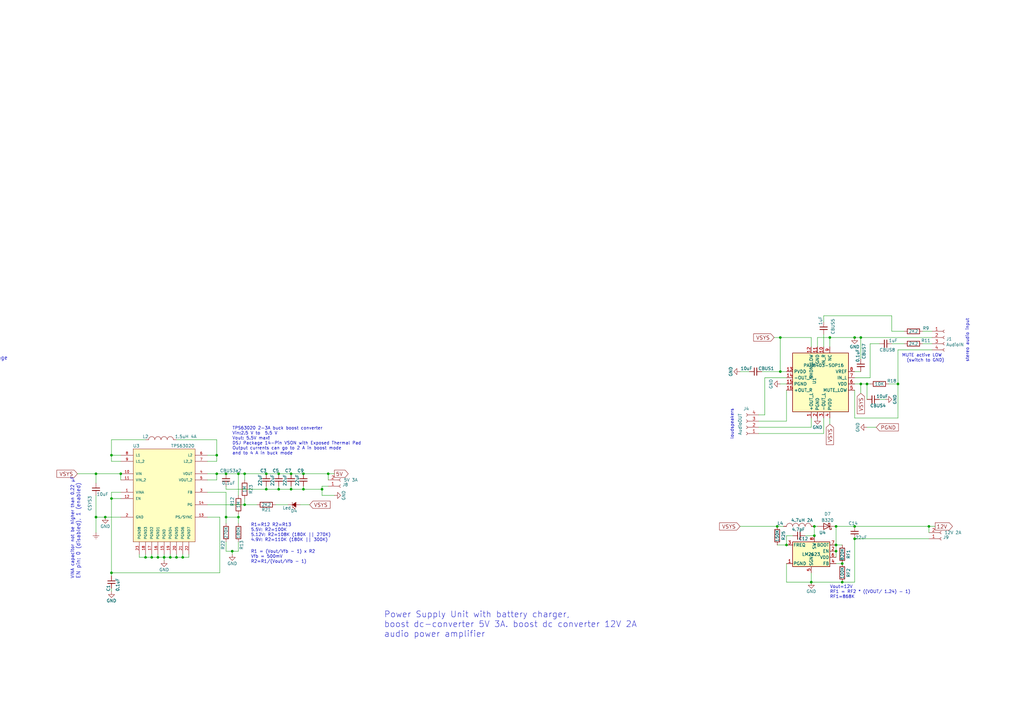
<source format=kicad_sch>
(kicad_sch (version 20221004) (generator eeschema)
  (paper "A3")
  (title_block (title "Balthazar PSU") (date "2022-10-11") (rev "v02") (company " Balthazar Foundation ") (comment 1 "License: CERN-OHL-S"))
  (junction (at -233.68 387.35))
  (junction (at 39.37 194.31))
  (junction (at -66.04 406.4))
  (junction (at 109.22 200.66))
  (junction (at 320.04 138.43))
  (junction (at -69.85 356.87))
  (junction (at -96.52 363.22))
  (junction (at 350.52 138.43))
  (junction (at 345.44 238.76))
  (junction (at -38.1 363.22))
  (junction (at -41.91 370.84))
  (junction (at 95.25 226.06))
  (junction (at -59.69 358.14))
  (junction (at -86.36 358.14))
  (junction (at 45.72 204.47))
  (junction (at -49.53 388.62))
  (junction (at 342.9 226.06))
  (junction (at 124.46 194.31))
  (junction (at -78.74 358.14))
  (junction (at 43.18 212.09))
  (junction (at 45.72 234.95))
  (junction (at 97.79 212.09))
  (junction (at -31.75 386.08))
  (junction (at 100.33 207.01))
  (junction (at -67.31 393.7))
  (junction (at 49.53 194.31))
  (junction (at -81.28 368.3))
  (junction (at -69.85 349.25))
  (junction (at 88.9 194.31))
  (junction (at 45.72 186.69))
  (junction (at 39.37 212.09))
  (junction (at 334.01 215.9))
  (junction (at 345.44 231.14))
  (junction (at -241.3 370.84))
  (junction (at -86.36 370.84))
  (junction (at -31.75 370.84))
  (junction (at 322.58 223.52))
  (junction (at -35.56 386.08))
  (junction (at -228.6 339.09))
  (junction (at 318.77 215.9))
  (junction (at 72.39 228.6))
  (junction (at -78.74 363.22))
  (junction (at -73.66 356.87))
  (junction (at 340.36 138.43))
  (junction (at 59.69 228.6))
  (junction (at -44.45 363.22))
  (junction (at 350.52 220.98))
  (junction (at 97.79 194.31))
  (junction (at -113.03 311.15))
  (junction (at 355.6 157.48))
  (junction (at -86.36 363.22))
  (junction (at -50.8 378.46))
  (junction (at 119.38 200.66))
  (junction (at -81.28 373.38))
  (junction (at -44.45 358.14))
  (junction (at 334.01 219.71))
  (junction (at -62.23 358.14))
  (junction (at -233.68 370.84))
  (junction (at 100.33 194.31))
  (junction (at -35.56 389.89))
  (junction (at -241.3 363.22))
  (junction (at -38.1 370.84))
  (junction (at 92.71 194.31))
  (junction (at 69.85 228.6))
  (junction (at 119.38 194.31))
  (junction (at -73.66 349.25))
  (junction (at 88.9 186.69))
  (junction (at -44.45 368.3))
  (junction (at -35.56 388.62))
  (junction (at -83.82 358.14))
  (junction (at 132.08 200.66))
  (junction (at 350.52 215.9))
  (junction (at 342.9 223.52))
  (junction (at 62.23 228.6))
  (junction (at -238.76 351.79))
  (junction (at 332.74 238.76))
  (junction (at 381 215.9))
  (junction (at -35.56 370.84))
  (junction (at 320.04 152.4))
  (junction (at 109.22 194.31))
  (junction (at 368.3 157.48))
  (junction (at -46.99 373.38))
  (junction (at -96.52 373.38))
  (junction (at -228.6 346.71))
  (junction (at -81.28 363.22))
  (junction (at 64.77 228.6))
  (junction (at 114.3 200.66))
  (junction (at -118.11 328.93))
  (junction (at 74.93 228.6))
  (junction (at 124.46 200.66))
  (junction (at -88.9 322.58))
  (junction (at -46.99 358.14))
  (junction (at 353.06 157.48))
  (junction (at 114.3 194.31))
  (junction (at 353.06 138.43))
  (junction (at -67.31 349.25))
  (junction (at 92.71 212.09))
  (junction (at 67.31 228.6))
  (junction (at -238.76 359.41))
  (junction (at -67.31 359.41))
  (junction (at -77.47 363.22))
  (junction (at -140.97 351.79))
  (junction (at 342.9 215.9))
  (junction (at -226.06 339.09))
  (junction (at -113.03 318.77))
  (junction (at -44.45 370.84))
  (junction (at -90.17 363.22))
  (junction (at -38.1 378.46))
  (junction (at -118.11 334.01))
  (junction (at -241.3 339.09))
  (junction (at -59.69 388.62))
  (junction (at -238.76 339.09))
  (junction (at 134.62 194.31))
  (no_connect (at -118.11 341.63))
  (no_connect (at -118.11 344.17))
  (wire (pts (xy -64.77 394.97) (xy -64.77 388.62)))
  (wire (pts (xy -46.99 358.14) (xy -44.45 358.14)))
  (wire (pts (xy 114.3 200.66) (xy 119.38 200.66)))
  (wire (pts (xy -233.68 346.71) (xy -228.6 346.71)))
  (wire (pts (xy -69.85 388.62) (xy -69.85 391.16)))
  (wire (pts (xy 311.15 175.26) (xy 332.74 175.26)))
  (wire (pts (xy -97.79 373.38) (xy -96.52 373.38)))
  (wire (pts (xy -100.33 358.14) (xy -86.36 358.14)))
  (wire (pts (xy 45.72 180.34) (xy 59.69 180.34)))
  (wire (pts (xy 100.33 207.01) (xy 105.41 207.01)))
  (wire (pts (xy 113.03 207.01) (xy 118.11 207.01)))
  (wire (pts (xy 69.85 228.6) (xy 72.39 228.6)))
  (wire (pts (xy -241.3 339.09) (xy -238.76 339.09)))
  (wire (pts (xy 353.06 138.43) (xy 382.27 138.43)))
  (wire (pts (xy -166.37 401.32) (xy -166.37 402.59)))
  (wire (pts (xy 365.76 140.97) (xy 370.84 140.97)))
  (wire (pts (xy 322.58 238.76) (xy 332.74 238.76)))
  (wire (pts (xy -96.52 368.3) (xy -96.52 373.38)))
  (wire (pts (xy -86.36 363.22) (xy -81.28 363.22)))
  (wire (pts (xy -49.53 392.43) (xy -31.75 392.43)))
  (wire (pts (xy -38.1 373.38) (xy -38.1 370.84)))
  (wire (pts (xy 57.15 227.33) (xy 57.15 228.6)))
  (wire (pts (xy 340.36 138.43) (xy 350.52 138.43)))
  (wire (pts (xy 114.3 194.31) (xy 119.38 194.31)))
  (wire (pts (xy -83.82 368.3) (xy -83.82 358.14)))
  (wire (pts (xy 45.72 189.23) (xy 45.72 186.69)))
  (wire (pts (xy 97.79 226.06) (xy 97.79 222.25)))
  (wire (pts (xy -99.06 363.22) (xy -96.52 363.22)))
  (wire (pts (xy 353.06 157.48) (xy 353.06 161.29)))
  (wire (pts (xy -67.31 406.4) (xy -66.04 406.4)))
  (wire (pts (xy -35.56 388.62) (xy -35.56 386.08)))
  (wire (pts (xy -67.31 349.25) (xy -67.31 354.33)))
  (wire (pts (xy 332.74 138.43) (xy 332.74 142.24)))
  (wire (pts (xy 318.77 223.52) (xy 322.58 223.52)))
  (wire (pts (xy -50.8 370.84) (xy -44.45 370.84)))
  (wire (pts (xy -86.36 370.84) (xy -91.44 370.84)))
  (wire (pts (xy 88.9 194.31) (xy 85.09 194.31)))
  (wire (pts (xy 134.62 196.85) (xy 134.62 194.31)))
  (wire (pts (xy -156.21 401.32) (xy -156.21 402.59)))
  (wire (pts (xy 325.12 219.71) (xy 322.58 219.71)))
  (wire (pts (xy 332.74 138.43) (xy 320.04 138.43)))
  (wire (pts (xy -243.84 336.55) (xy -241.3 336.55)))
  (wire (pts (xy -35.56 386.08) (xy -31.75 386.08)))
  (wire (pts (xy -83.82 358.14) (xy -78.74 358.14)))
  (wire (pts (xy -76.2 356.87) (xy -76.2 355.6)))
  (wire (pts (xy -64.77 350.52) (xy -62.23 350.52)))
  (wire (pts (xy 330.2 219.71) (xy 334.01 219.71)))
  (wire (pts (xy -199.39 438.15) (xy -199.39 439.42)))
  (wire (pts (xy -49.53 392.43) (xy -49.53 388.62)))
  (wire (pts (xy 350.52 171.45) (xy 368.3 171.45)))
  (wire (pts (xy 39.37 194.31) (xy 39.37 198.12)))
  (wire (pts (xy 92.71 222.25) (xy 92.71 226.06)))
  (wire (pts (xy -73.66 349.25) (xy -69.85 349.25)))
  (wire (pts (xy 45.72 234.95) (xy 90.17 234.95)))
  (wire (pts (xy 92.71 212.09) (xy 97.79 212.09)))
  (wire (pts (xy -243.84 339.09) (xy -241.3 339.09)))
  (wire (pts (xy 45.72 234.95) (xy 45.72 236.22)))
  (wire (pts (xy -81.28 363.22) (xy -78.74 363.22)))
  (wire (pts (xy 74.93 227.33) (xy 74.93 228.6)))
  (wire (pts (xy 311.15 177.8) (xy 337.82 177.8)))
  (wire (pts (xy 123.19 207.01) (xy 127 207.01)))
  (wire (pts (xy 49.53 194.31) (xy 49.53 196.85)))
  (wire (pts (xy 39.37 212.09) (xy 39.37 218.44)))
  (wire (pts (xy 378.46 140.97) (xy 382.27 140.97)))
  (wire (pts (xy 318.77 215.9) (xy 321.31 215.9)))
  (wire (pts (xy -241.3 370.84) (xy -233.68 370.84)))
  (wire (pts (xy -233.68 370.84) (xy -233.68 368.3)))
  (wire (pts (xy -50.8 368.3) (xy -44.45 368.3)))
  (wire (pts (xy -77.47 363.22) (xy -44.45 363.22)))
  (wire (pts (xy -78.74 391.16) (xy -69.85 391.16)))
  (wire (pts (xy -62.23 388.62) (xy -59.69 388.62)))
  (wire (pts (xy 332.74 175.26) (xy 332.74 171.45)))
  (wire (pts (xy -77.47 360.68) (xy -77.47 363.22)))
  (wire (pts (xy 92.71 214.63) (xy 92.71 212.09)))
  (wire (pts (xy -6.35 405.13) (xy -6.35 408.94)))
  (wire (pts (xy -69.85 356.87) (xy -69.85 360.68)))
  (wire (pts (xy 67.31 228.6) (xy 67.31 229.87)))
  (wire (pts (xy 368.3 157.48) (xy 364.49 157.48)))
  (wire (pts (xy 88.9 186.69) (xy 88.9 189.23)))
  (wire (pts (xy 119.38 194.31) (xy 124.46 194.31)))
  (wire (pts (xy -62.23 358.14) (xy -59.69 358.14)))
  (wire (pts (xy 132.08 200.66) (xy 132.08 199.39)))
  (wire (pts (xy -76.2 355.6) (xy -77.47 355.6)))
  (wire (pts (xy 342.9 231.14) (xy 345.44 231.14)))
  (wire (pts (xy -86.36 370.84) (xy -81.28 370.84)))
  (wire (pts (xy -64.77 355.6) (xy -64.77 360.68)))
  (wire (pts (xy -96.52 373.38) (xy -96.52 375.92)))
  (wire (pts (xy -76.2 322.58) (xy -72.39 322.58)))
  (wire (pts (xy 39.37 203.2) (xy 39.37 212.09)))
  (wire (pts (xy -91.44 373.38) (xy -90.17 373.38)))
  (wire (pts (xy -74.93 360.68) (xy -77.47 360.68)))
  (wire (pts (xy -67.31 402.59) (xy -67.31 406.4)))
  (wire (pts (xy 45.72 201.93) (xy 49.53 201.93)))
  (wire (pts (xy 320.04 152.4) (xy 322.58 152.4)))
  (wire (pts (xy 39.37 194.31) (xy 49.53 194.31)))
  (wire (pts (xy -46.99 375.92) (xy -50.8 375.92)))
  (wire (pts (xy -31.75 370.84) (xy -27.94 370.84)))
  (wire (pts (xy 360.68 163.83) (xy 363.22 163.83)))
  (wire (pts (xy -82.55 381) (xy -81.28 381)))
  (wire (pts (xy -31.75 389.89) (xy -35.56 389.89)))
  (wire (pts (xy 100.33 196.85) (xy 100.33 194.31)))
  (wire (pts (xy -118.11 322.58) (xy -88.9 322.58)))
  (wire (pts (xy -59.69 396.24) (xy -59.69 405.13)))
  (wire (pts (xy 342.9 215.9) (xy 350.52 215.9)))
  (wire (pts (xy 365.76 129.54) (xy 365.76 135.89)))
  (wire (pts (xy -44.45 358.14) (xy -27.94 358.14)))
  (wire (pts (xy -35.56 389.89) (xy -35.56 388.62)))
  (wire (pts (xy -83.82 375.92) (xy -81.28 375.92)))
  (wire (pts (xy -73.66 356.87) (xy -76.2 356.87)))
  (wire (pts (xy 313.69 154.94) (xy 322.58 154.94)))
  (wire (pts (xy 322.58 231.14) (xy 322.58 238.76)))
  (wire (pts (xy -81.28 368.3) (xy -83.82 368.3)))
  (wire (pts (xy 337.82 177.8) (xy 337.82 171.45)))
  (wire (pts (xy 312.42 152.4) (xy 320.04 152.4)))
  (wire (pts (xy -78.74 358.14) (xy -72.39 358.14)))
  (wire (pts (xy 137.16 203.2) (xy 132.08 203.2)))
  (wire (pts (xy 109.22 194.31) (xy 114.3 194.31)))
  (wire (pts (xy 100.33 207.01) (xy 85.09 207.01)))
  (wire (pts (xy 97.79 194.31) (xy 97.79 203.2)))
  (wire (pts (xy 334.01 215.9) (xy 334.01 219.71)))
  (wire (pts (xy -35.56 386.08) (xy -35.56 370.84)))
  (wire (pts (xy -140.97 351.79) (xy -133.35 351.79)))
  (wire (pts (xy 72.39 180.34) (xy 88.9 180.34)))
  (wire (pts (xy -166.37 391.16) (xy -166.37 393.7)))
  (wire (pts (xy 368.3 143.51) (xy 382.27 143.51)))
  (wire (pts (xy 368.3 143.51) (xy 368.3 157.48)))
  (wire (pts (xy 100.33 204.47) (xy 100.33 207.01)))
  (wire (pts (xy -38.1 378.46) (xy -31.75 378.46)))
  (wire (pts (xy 109.22 200.66) (xy 114.3 200.66)))
  (wire (pts (xy -64.77 402.59) (xy -64.77 406.4)))
  (wire (pts (xy -241.3 336.55) (xy -241.3 339.09)))
  (wire (pts (xy 317.5 138.43) (xy 320.04 138.43)))
  (wire (pts (xy 64.77 227.33) (xy 64.77 228.6)))
  (wire (pts (xy -38.1 370.84) (xy -41.91 370.84)))
  (wire (pts (xy -62.23 358.14) (xy -62.23 360.68)))
  (wire (pts (xy 350.52 220.98) (xy 381 220.98)))
  (wire (pts (xy -118.11 318.77) (xy -113.03 318.77)))
  (wire (pts (xy 100.33 194.31) (xy 97.79 194.31)))
  (wire (pts (xy -228.6 359.41) (xy -228.6 356.87)))
  (wire (pts (xy -69.85 356.87) (xy -73.66 356.87)))
  (wire (pts (xy -46.99 358.14) (xy -46.99 373.38)))
  (wire (pts (xy 355.6 157.48) (xy 356.87 157.48)))
  (wire (pts (xy -72.39 358.14) (xy -72.39 360.68)))
  (wire (pts (xy 59.69 228.6) (xy 62.23 228.6)))
  (wire (pts (xy 320.04 138.43) (xy 320.04 152.4)))
  (wire (pts (xy -38.1 363.22) (xy -27.94 363.22)))
  (wire (pts (xy 345.44 238.76) (xy 350.52 238.76)))
  (wire (pts (xy 49.53 212.09) (xy 43.18 212.09)))
  (wire (pts (xy 95.25 226.06) (xy 97.79 226.06)))
  (wire (pts (xy 303.53 152.4) (xy 307.34 152.4)))
  (wire (pts (xy -233.68 387.35) (xy -233.68 392.43)))
  (wire (pts (xy -78.74 363.22) (xy -77.47 363.22)))
  (wire (pts (xy 342.9 226.06) (xy 342.9 228.6)))
  (wire (pts (xy -73.66 351.79) (xy -73.66 349.25)))
  (wire (pts (xy -204.47 438.15) (xy -204.47 439.42)))
  (wire (pts (xy -44.45 363.22) (xy -38.1 363.22)))
  (wire (pts (xy 332.74 234.95) (xy 332.74 238.76)))
  (wire (pts (xy 337.82 142.24) (xy 337.82 137.16)))
  (wire (pts (xy 92.71 194.31) (xy 97.79 194.31)))
  (wire (pts (xy 67.31 227.33) (xy 67.31 228.6)))
  (wire (pts (xy 350.52 152.4) (xy 353.06 152.4)))
  (wire (pts (xy 90.17 212.09) (xy 85.09 212.09)))
  (wire (pts (xy -118.11 334.01) (xy -113.03 334.01)))
  (wire (pts (xy 100.33 194.31) (xy 109.22 194.31)))
  (wire (pts (xy -226.06 339.09) (xy -228.6 339.09)))
  (wire (pts (xy -238.76 346.71) (xy -238.76 351.79)))
  (wire (pts (xy 132.08 203.2) (xy 132.08 200.66)))
  (wire (pts (xy 355.6 175.26) (xy 359.41 175.26)))
  (wire (pts (xy 95.25 226.06) (xy 95.25 227.33)))
  (wire (pts (xy 45.72 241.3) (xy 45.72 242.57)))
  (wire (pts (xy 350.52 238.76) (xy 350.52 220.98)))
  (wire (pts (xy 45.72 186.69) (xy 49.53 186.69)))
  (wire (pts (xy 57.15 228.6) (xy 59.69 228.6)))
  (wire (pts (xy 322.58 157.48) (xy 320.04 157.48)))
  (wire (pts (xy -78.74 393.7) (xy -67.31 393.7)))
  (wire (pts (xy 353.06 147.32) (xy 353.06 138.43)))
  (wire (pts (xy 67.31 228.6) (xy 69.85 228.6)))
  (wire (pts (xy 62.23 228.6) (xy 64.77 228.6)))
  (wire (pts (xy -161.29 391.16) (xy -161.29 393.7)))
  (wire (pts (xy 350.52 157.48) (xy 353.06 157.48)))
  (wire (pts (xy -69.85 349.25) (xy -67.31 349.25)))
  (wire (pts (xy -41.91 373.38) (xy -41.91 370.84)))
  (wire (pts (xy 134.62 194.31) (xy 137.16 194.31)))
  (wire (pts (xy -118.11 322.58) (xy -118.11 321.31)))
  (wire (pts (xy -241.3 346.71) (xy -241.3 363.22)))
  (wire (pts (xy 332.74 238.76) (xy 345.44 238.76)))
  (wire (pts (xy -228.6 346.71) (xy -226.06 346.71)))
  (wire (pts (xy -238.76 351.79) (xy -236.22 351.79)))
  (wire (pts (xy 335.28 215.9) (xy 334.01 215.9)))
  (wire (pts (xy 119.38 200.66) (xy 119.38 199.39)))
  (wire (pts (xy -118.11 313.69) (xy -118.11 311.15)))
  (wire (pts (xy -101.6 318.77) (xy -99.06 318.77)))
  (wire (pts (xy 59.69 227.33) (xy 59.69 228.6)))
  (wire (pts (xy -66.04 408.94) (xy -66.04 406.4)))
  (wire (pts (xy 74.93 228.6) (xy 77.47 228.6)))
  (wire (pts (xy 322.58 172.72) (xy 322.58 160.02)))
  (wire (pts (xy 88.9 186.69) (xy 85.09 186.69)))
  (wire (pts (xy 311.15 172.72) (xy 322.58 172.72)))
  (wire (pts (xy -82.55 378.46) (xy -81.28 378.46)))
  (wire (pts (xy -50.8 378.46) (xy -38.1 378.46)))
  (wire (pts (xy -81.28 373.38) (xy -81.28 372.11)))
  (wire (pts (xy 49.53 204.47) (xy 45.72 204.47)))
  (wire (pts (xy 85.09 196.85) (xy 88.9 196.85)))
  (wire (pts (xy -226.06 339.09) (xy -222.25 339.09)))
  (wire (pts (xy 88.9 189.23) (xy 85.09 189.23)))
  (wire (pts (xy 49.53 189.23) (xy 45.72 189.23)))
  (wire (pts (xy -59.69 388.62) (xy -49.53 388.62)))
  (wire (pts (xy -46.99 373.38) (xy -46.99 375.92)))
  (wire (pts (xy 368.3 157.48) (xy 368.3 171.45)))
  (wire (pts (xy 72.39 227.33) (xy 72.39 228.6)))
  (wire (pts (xy -81.28 349.25) (xy -73.66 349.25)))
  (wire (pts (xy 353.06 157.48) (xy 355.6 157.48)))
  (wire (pts (xy -35.56 396.24) (xy -35.56 389.89)))
  (wire (pts (xy -88.9 322.58) (xy -88.9 321.31)))
  (wire (pts (xy 45.72 204.47) (xy 45.72 234.95)))
  (wire (pts (xy 350.52 138.43) (xy 353.06 138.43)))
  (wire (pts (xy 132.08 200.66) (xy 124.46 200.66)))
  (wire (pts (xy -67.31 394.97) (xy -67.31 393.7)))
  (wire (pts (xy -67.31 393.7) (xy -67.31 388.62)))
  (wire (pts (xy -96.52 363.22) (xy -90.17 363.22)))
  (wire (pts (xy 92.71 194.31) (xy 88.9 194.31)))
  (wire (pts (xy 90.17 234.95) (xy 90.17 212.09)))
  (wire (pts (xy 62.23 227.33) (xy 62.23 228.6)))
  (wire (pts (xy -83.82 322.58) (xy -88.9 322.58)))
  (wire (pts (xy 31.75 194.31) (xy 39.37 194.31)))
  (wire (pts (xy 92.71 226.06) (xy 95.25 226.06)))
  (wire (pts (xy -67.31 359.41) (xy -49.53 359.41)))
  (wire (pts (xy -44.45 363.22) (xy -44.45 368.3)))
  (wire (pts (xy 97.79 210.82) (xy 97.79 212.09)))
  (wire (pts (xy -38.1 363.22) (xy -38.1 349.25)))
  (wire (pts (xy 355.6 163.83) (xy 355.6 157.48)))
  (wire (pts (xy 45.72 204.47) (xy 45.72 201.93)))
  (wire (pts (xy 77.47 228.6) (xy 77.47 227.33)))
  (wire (pts (xy -109.22 318.77) (xy -113.03 318.77)))
  (wire (pts (xy 303.53 215.9) (xy 318.77 215.9)))
  (wire (pts (xy -67.31 349.25) (xy -38.1 349.25)))
  (wire (pts (xy -46.99 373.38) (xy -50.8 373.38)))
  (wire (pts (xy 69.85 227.33) (xy 69.85 228.6)))
  (wire (pts (xy 356.87 154.94) (xy 356.87 140.97)))
  (wire (pts (xy 337.82 129.54) (xy 365.76 129.54)))
  (wire (pts (xy 43.18 212.09) (xy 39.37 212.09)))
  (wire (pts (xy -35.56 370.84) (xy -31.75 370.84)))
  (wire (pts (xy -38.1 370.84) (xy -35.56 370.84)))
  (wire (pts (xy -226.06 346.71) (xy -226.06 344.17)))
  (wire (pts (xy -49.53 359.41) (xy -49.53 381)))
  (wire (pts (xy -31.75 386.08) (xy -31.75 381)))
  (wire (pts (xy -118.11 328.93) (xy -113.03 328.93)))
  (wire (pts (xy 64.77 228.6) (xy 67.31 228.6)))
  (wire (pts (xy -233.68 370.84) (xy -233.68 387.35)))
  (wire (pts (xy -207.01 435.61) (xy -207.01 439.42)))
  (wire (pts (xy -48.26 388.62) (xy -49.53 388.62)))
  (wire (pts (xy 92.71 200.66) (xy 109.22 200.66)))
  (wire (pts (xy -118.11 311.15) (xy -113.03 311.15)))
  (wire (pts (xy -78.74 388.62) (xy -72.39 388.62)))
  (wire (pts (xy -88.9 313.69) (xy -88.9 311.15)))
  (wire (pts (xy -82.55 373.38) (xy -81.28 373.38)))
  (wire (pts (xy -50.8 381) (xy -50.8 378.46)))
  (wire (pts (xy -69.85 349.25) (xy -69.85 351.79)))
  (wire (pts (xy 365.76 135.89) (xy 370.84 135.89)))
  (wire (pts (xy -44.45 368.3) (xy -44.45 370.84)))
  (wire (pts (xy -238.76 359.41) (xy -228.6 359.41)))
  (wire (pts (xy -196.85 438.15) (xy -196.85 439.42)))
  (wire (pts (xy 72.39 228.6) (xy 74.93 228.6)))
  (wire (pts (xy -118.11 331.47) (xy -118.11 334.01)))
  (wire (pts (xy 313.69 154.94) (xy 313.69 170.18)))
  (wire (pts (xy -64.77 406.4) (xy -66.04 406.4)))
  (wire (pts (xy 337.82 129.54) (xy 337.82 132.08)))
  (wire (pts (xy 342.9 223.52) (xy 342.9 215.9)))
  (wire (pts (xy -212.09 435.61) (xy -207.01 435.61)))
  (wire (pts (xy 132.08 199.39) (xy 134.62 199.39)))
  (wire (pts (xy -113.03 311.15) (xy -88.9 311.15)))
  (wire (pts (xy 92.71 200.66) (xy 92.71 199.39)))
  (wire (pts (xy -100.33 351.79) (xy -100.33 358.14)))
  (wire (pts (xy 350.52 215.9) (xy 381 215.9)))
  (wire (pts (xy 124.46 194.31) (xy 134.62 194.31)))
  (wire (pts (xy -67.31 359.41) (xy -67.31 360.68)))
  (wire (pts (xy 381 215.9) (xy 383.54 215.9)))
  (wire (pts (xy -41.91 370.84) (xy -44.45 370.84)))
  (wire (pts (xy 313.69 170.18) (xy 311.15 170.18)))
  (wire (pts (xy 92.71 212.09) (xy 92.71 201.93)))
  (wire (pts (xy 45.72 186.69) (xy 45.72 180.34)))
  (wire (pts (xy -90.17 363.22) (xy -86.36 363.22)))
  (wire (pts (xy -156.21 391.16) (xy -156.21 393.7)))
  (wire (pts (xy 342.9 223.52) (xy 345.44 223.52)))
  (wire (pts (xy 340.36 171.45) (xy 340.36 173.99)))
  (wire (pts (xy 88.9 180.34) (xy 88.9 186.69)))
  (wire (pts (xy 350.52 171.45) (xy 350.52 160.02)))
  (wire (pts (xy -38.1 363.22) (xy -38.1 370.84)))
  (wire (pts (xy 350.52 154.94) (xy 356.87 154.94)))
  (wire (pts (xy 335.28 142.24) (xy 335.28 138.43)))
  (wire (pts (xy -86.36 358.14) (xy -83.82 358.14)))
  (wire (pts (xy 342.9 223.52) (xy 342.9 226.06)))
  (wire (pts (xy -59.69 358.14) (xy -59.69 360.68)))
  (wire (pts (xy -201.93 438.15) (xy -201.93 439.42)))
  (wire (pts (xy 340.36 142.24) (xy 340.36 138.43)))
  (wire (pts (xy 114.3 200.66) (xy 114.3 199.39)))
  (wire (pts (xy 356.87 140.97) (xy 360.68 140.97)))
  (wire (pts (xy 381 215.9) (xy 381 218.44)))
  (wire (pts (xy 322.58 219.71) (xy 322.58 223.52)))
  (wire (pts (xy 88.9 196.85) (xy 88.9 194.31)))
  (wire (pts (xy -118.11 326.39) (xy -118.11 328.93)))
  (wire (pts (xy 109.22 200.66) (xy 109.22 199.39)))
  (wire (pts (xy -233.68 358.14) (xy -224.79 358.14)))
  (wire (pts (xy -217.17 358.14) (xy -215.9 358.14)))
  (wire (pts (xy 119.38 200.66) (xy 124.46 200.66)))
  (wire (pts (xy 85.09 201.93) (xy 92.71 201.93)))
  (wire (pts (xy -161.29 401.32) (xy -161.29 402.59)))
  (wire (pts (xy 378.46 135.89) (xy 382.27 135.89)))
  (wire (pts (xy 124.46 200.66) (xy 124.46 199.39)))
  (wire (pts (xy 97.79 214.63) (xy 97.79 212.09)))
  (wire (pts (xy 335.28 138.43) (xy 340.36 138.43)))
  (image (at -41.91 40.64))
  (text "PSEL: Power source selection input\nLow = adapter source (default)\nHigh = USB host source connected.\n/PG - power good (low means OK - green led on)\nSTAT - status led (low means CHARGING -yellow led on\nor charging fault - blinking).\nOTG: USB current limit input pin during buck mode (adapter)\nand (active high) enable pin during boost (USB) mode.\n\nIn buck mode with USB host connected (PSEL=High), \nwhen OTG = High, IIN limit = 500 mA \nand when OTG = Low, IIN limit = 100 mA.\n\nThe boost mode (USB OTG)  is activated when \nthe REG01[5:4] = 10 and OTG pin is High.\n\nINT: open-drain Interrupt Out. The INT pin sends active low, \n256-us pulse to host.\nINT immediately notifies the host when a fault occurs." (at -86.36 246.38 0) (effects (font (size 1.27 1.27)) (justify left bottom)))
  (text "output capacitors very close to L2 and PGND" (at -78.74 445.77 0) (effects (font (size 1.27 1.27)) (justify left bottom)))
  (text "REGN" (at -54.61 361.95 0) (effects (font (size 1.27 1.27)) (justify left bottom)))
  (text "PCB layout:\nall decoupling caps as close as pins as possible!\nPMID cap is the most critical. You can add additional small 0.01-0.1uF closest possible" (at -87.63 25.4 0) (effects (font (size 1.27 1.27)) (justify left bottom)))
  (text "3.5V-4.35V" (at -34.29 356.87 0) (effects (font (size 1.524 1.524)) (justify left bottom)))
  (text "56K default\n10K for 3A" (at -119.38 368.3 0) (effects (font (size 1.524 1.524)) (justify left bottom)))
  (text "Texas Instruments \nBQ24193 (pin 2: PSEL, pin 3: /PG)\nBQ24195 (pin 2:USB-D+, pin 3: USB-D-)\n4.00 mm x 4.00 mm QFN-24 Package\nHigh Efficiency 4.5-A Switch Mode Charger\n\nInput Current Limit: 100 mA, 150 mA, 500 mA,\n900 mA, 1.2 A, 1.5 A, 2 A and 3 A\n\n• 3.9V to 17V Input Operating Voltage Range (12V / 4A)\n- supports all kinds of adapters with Input Voltage DPM Regulation\n- this is default buck mode\n\n• USB OTG 5 V at 1.3 A Synchronous Boost Converter Operation at VBUS\n- this is boost mode -> OTG\n\n\n" (at -86.36 97.79 0) (effects (font (size 1.524 1.524)) (justify left bottom)))
  (text "PMID for USB OTG?\nUSB On-the-Go: supplying 5 V\non VBUS with current limit up to 1.3 A." (at -86.36 130.81 0) (effects (font (size 1.524 1.524)) (justify left bottom)))
  (text "gnd scl sda int /ce" (at -209.55 444.5 0) (effects (font (size 0.9906 0.9906)) (justify left bottom)))
  (text "VBUS (buck mode) ->\n" (at -88.9 360.68 0) (effects (font (size 1.27 1.27)) (justify right bottom)))
  (text " D+(USB) - PSEL" (at -107.95 334.01 0) (effects (font (size 1.27 1.27)) (justify left bottom)))
  (text "stereo audio input" (at 397.51 148.59 90) (effects (font (size 1.27 1.27)) (justify left bottom)))
  (text "This device operates as a slave device \nwith address 6BH" (at -86.36 205.74 0) (effects (font (size 1.524 1.524)) (justify left bottom)))
  (text "PMID: Output of the drain of the reverse blocking MOSFET \nand the drain of HSFET" (at -86.36 120.65 0) (effects (font (size 1.524 1.524)) (justify left bottom)))
  (text "TS" (at -46.99 383.54 0) (effects (font (size 1.27 1.27)) (justify left bottom)))
  (text "In Battery mode REGN stays off to minimize the quiescent current. \nBattery powers VSYS via internal BATFET switched on.\nWhen the DC source plugs in, the bq24193 checks the input source voltage \nto turn on REGN LDO and all the bias circuits. It also checks the input \ncurrent limit before starts the buck converter.\nThe REGN LDO supplies internal bias circuits as well as the HSFET \nand LSFET gate drive. \nThe LDO also provides bias rail to TS1/TS2 external resistors. \nThe pull-up rail of STAT can be connected to REGN as well." (at -86.36 162.56 0) (effects (font (size 1.524 1.524)) (justify left bottom)))
  (text "Vout=12V\nRF1 = RF2 * ((VOUT/ 1.24) − 1)\nRF1=868K\n\n" (at 340.36 247.65 0) (effects (font (size 1.27 1.27)) (justify left bottom)))
  (text "R1 = (Vout/Vfb - 1) x R2\nVfb = 500mV\nR2=R1/(Vout/Vfb - 1)" (at 102.87 231.14 0) (effects (font (size 1.27 1.27)) (justify left bottom)))
  (text "Boost mode: as USB power bank\nDuring boost mode the VBUS output is 5 V \nand the output current can reach up to 500 mA or 1.3 A," (at -86.36 138.43 0) (effects (font (size 1.524 1.524)) (justify left bottom)))
  (text "-> USB OTG 1.3A (boost mode)" (at -107.95 306.07 0) (effects (font (size 1.524 1.524)) (justify right bottom)))
  (text "INT is data output for host" (at -86.36 424.18 0) (effects (font (size 1.524 1.524)) (justify left bottom)))
  (text "BAT_CHGR_OTG" (at -87.63 392.43 0) (effects (font (size 1.524 1.524)) (justify right bottom)))
  (text "The bq24193 sets input current limit through PSEL and OTG pins.\nIf PSEL pin is LOW limit is 3A.\nILIM resistor:\n265 for 2A max\n357 for 1.5A max" (at -86.36 199.39 0) (effects (font (size 1.524 1.524)) (justify left bottom)))
  (text "/CE - charge enable = active low" (at -102.87 397.51 0) (effects (font (size 1.27 1.27)) (justify left bottom)))
  (text "USB on-the-go" (at -86.36 114.3 0) (effects (font (size 1.524 1.524)) (justify left bottom)))
  (text "I2C EEPROM\nThe Hub acts as the master and generates the serial clock SCL.\nSlave  address  is  1010000. \n\nPlace external pull-up resistors (10KΩ recommended) on the SDA\n&  SCL  lines to  Vcc  in  order  to  assure  proper  operation.\n\nIn-Circuit EEPROM Programming:\nThe  EEPROM  can  be  programmed  via  ATE  by  pulling  RESET_N  low  \n(which  tri-states  the  Hub’s EEPROM interface and allows an external \nsource to program the EEPROM).\n\nCFG_SEL1, CFG _SEL0 pins for 4 preset options:\n0 0 -> Strap  Options  Enabled\n0 1 -> Configured as an SMBus slave for external \ndownload of  user-defined  descriptors. SMBus  slave  address  58  (0101100x). \nStrap  Options  Disabled. All  Settings  Controlled  by  Registers\n1 0 -> Strap  Options  Enabled. Bus Power Operation.\n1 1 -> 2-Wire I2C EEPROMS are supported. Strap  Options  Disabled. All  Settings  Controlled  by  Registers" (at 19.05 -5.08 0) (effects (font (size 1.524 1.524)) (justify left bottom)))
  (text "input capacitor:\nX5R or X7R ceramic capacitor placed as close \nas possible to the VIN and PGND" (at -76.2 334.01 0) (effects (font (size 1.27 1.27)) (justify left bottom)))
  (text "PSEL, OTG pins relate to 1.5A 5V USB adapter\nIf the portable device is attached to a charging port, \nit is allowed to draw up to 1.5 A (with PSEL to 0V)" (at -86.36 171.45 0) (effects (font (size 1.524 1.524)) (justify left bottom)))
  (text " D-(USB) - /PG" (at -107.95 328.93 0) (effects (font (size 1.524 1.524)) (justify left bottom)))
  (text "Power Supply Unit with battery charger, \nboost dc-converter 5V 3A. boost dc converter 12V 2A\naudio power amplifier" (at 157.48 261.62 0) (effects (font (size 2.4892 2.4892)) (justify left bottom)))
  (text "VINA capacitor not be higher than 0.22 μF" (at 30.48 237.49 90) (effects (font (size 1.27 1.27)) (justify left bottom)))
  (text "TPS63020 2-3A buck boost converter \nVin:2.5 V to  5.5 V\nVout: 5.5V max!\nDSJ Package 14-Pin VSON with Exposed Thermal Pad\nOutput currents can go to 2 A in boost mode \nand to 4 A in buck mode" (at 95.25 186.69 0) (effects (font (size 1.27 1.27)) (justify left bottom)))
  (text "MUTE active LOW \n(switch to GND)" (at 387.35 148.59 0) (effects (font (size 1.27 1.27)) (justify right bottom)))
  (text "R1=R12 R2=R13\n5.5V: R2=100K\n5.12V: R2=108K (180K || 270K)\n4.9V: R2=110K (180K || 300K)" (at 102.87 222.25 0) (effects (font (size 1.27 1.27)) (justify left bottom)))
  (text "After the input current limit is set, the converter is enabled \nand the HSFET and LSFET (between VBUS via PMID as input\nand SW as output) VSYS and PGND start switching. \nIf battery charging is disabled, BATFET turns off. \nOtherwise, BATFET stays on to charge the battery." (at -86.36 185.42 0) (effects (font (size 1.524 1.524)) (justify left bottom)))
  (text "led-bicolor" (at -85.09 411.48 0) (effects (font (size 1.524 1.524)) (justify left bottom)))
  (text "A resistor from ILIM pin to ground:\nIINMAX = (1V/RILIM) × 530" (at -80.01 436.88 0) (effects (font (size 1.524 1.524)) (justify left bottom)))
  (text "PSU for CPU, GPU, etc" (at -72.39 440.69 0) (effects (font (size 1.27 1.27)) (justify left bottom)))
  (text "EN pin: 0 (disabled), 1 (enabled)" (at 33.02 237.49 90) (effects (font (size 1.524 1.524)) (justify left bottom)))
  (text "loudspeakers" (at 300.99 167.64 90) (effects (font (size 1.27 1.27)) (justify right bottom)))
  (text "VSYS" (at -105.41 368.3 0) (effects (font (size 1.524 1.524)) (justify left bottom)))
  (text "Simple PSU input selection method for buck (from higher to\n lower voltage):\n- adapter plugged in - highest priority\n- USB source plugged in - when adapter has no voltage\n- battery only - when no other source\nUSB OTG mode is boost mode:\n- delivers power from battery to USB host\nQ: how to distinguish VBUS delivering power to host?" (at -86.36 110.49 0) (effects (font (size 1.27 1.27)) (justify left bottom)))
  (text "BAT_CHGR_INT" (at -87.63 386.08 0) (effects (font (size 1.524 1.524)) (justify right bottom)))
  (text "inductors: \nCoilCraft XFL4020-152ME\nMurata FDV0530S-H-1R5M" (at -19.05 445.77 0) (effects (font (size 1.27 1.27)) (justify left bottom)))
  (label "D+" (at -113.03 334.01 0))
  (label "SDA" (at -82.55 381 180))
  (label "D-" (at -113.03 328.93 0))
  (label "INT" (at -78.74 388.62 180))
  (label "INT" (at -156.21 402.59 270))
  (label "CE" (at -196.85 438.15 90))
  (label "OTG" (at -95.25 406.4 0))
  (label "VBUS" (at -88.9 311.15 0))
  (label "D-" (at -81.28 372.11 0))
  (label "INT" (at -97.79 420.37 0))
  (label "SDA" (at -201.93 438.15 90))
  (label "SCL" (at -82.55 378.46 180))
  (label "OTG" (at -78.74 391.16 180))
  (label "SDA" (at -166.37 402.59 270))
  (label "SCL" (at -204.47 438.15 90))
  (label "D+" (at -91.44 370.84 0))
  (label "CE" (at -78.74 393.7 180))
  (label "INT" (at -199.39 438.15 90))
  (label "SCL" (at -161.29 402.59 270))
  (global_label "VSYS" (shape output) (at -215.9 358.14 0) (effects (font (size 1.524 1.524))) (property "Intersheetrefs" "${INTERSHEET_REFS}" (effects hide)))
  (global_label "VSYS" (shape output) (at -161.29 391.16 90) (effects (font (size 1.524 1.524))) (property "Intersheetrefs" "${INTERSHEET_REFS}" (effects hide)))
  (global_label "VSYS" (shape input) (at 340.36 173.99 270) (effects (font (size 1.524 1.524))) (property "Intersheetrefs" "${INTERSHEET_REFS}" (effects hide)))
  (global_label "VSYS" (shape input) (at 127 207.01 0) (effects (font (size 1.524 1.524))) (property "Intersheetrefs" "${INTERSHEET_REFS}" (effects hide)))
  (global_label "12V" (shape output) (at 383.54 215.9 0) (effects (font (size 1.524 1.524))) (property "Intersheetrefs" "${INTERSHEET_REFS}" (effects hide)))
  (global_label "VSYS" (shape input) (at 31.75 194.31 180) (effects (font (size 1.524 1.524))) (property "Intersheetrefs" "${INTERSHEET_REFS}" (effects hide)))
  (global_label "VBUS" (shape input) (at -100.33 351.79 90) (effects (font (size 1.524 1.524))) (property "Intersheetrefs" "${INTERSHEET_REFS}" (effects hide)))
  (global_label "VSYS" (shape output) (at -27.94 358.14 0) (effects (font (size 1.524 1.524))) (property "Intersheetrefs" "${INTERSHEET_REFS}" (effects hide)))
  (global_label "POWERBANKOUT" (shape output) (at -77.47 355.6 180) (effects (font (size 1.524 1.524))) (property "Intersheetrefs" "${INTERSHEET_REFS}" (effects hide)))
  (global_label "VSYS" (shape input) (at 303.53 215.9 180) (effects (font (size 1.524 1.524))) (property "Intersheetrefs" "${INTERSHEET_REFS}" (effects hide)))
  (global_label "VSYS" (shape output) (at -156.21 391.16 90) (effects (font (size 1.524 1.524))) (property "Intersheetrefs" "${INTERSHEET_REFS}" (effects hide)))
  (global_label "VSYS" (shape input) (at 317.5 138.43 180) (effects (font (size 1.524 1.524))) (property "Intersheetrefs" "${INTERSHEET_REFS}" (effects hide)))
  (global_label "VSYS" (shape output) (at -97.79 373.38 180) (effects (font (size 1.524 1.524))) (property "Intersheetrefs" "${INTERSHEET_REFS}" (effects hide)))
  (global_label "VSYS" (shape input) (at 353.06 161.29 270) (effects (font (size 1.524 1.524))) (property "Intersheetrefs" "${INTERSHEET_REFS}" (effects hide)))
  (global_label "5V" (shape output) (at 137.16 194.31 0) (effects (font (size 1.524 1.524))) (property "Intersheetrefs" "${INTERSHEET_REFS}" (effects hide)))
  (global_label "VPSU" (shape input) (at -243.84 336.55 180) (effects (font (size 1.524 1.524))) (property "Intersheetrefs" "${INTERSHEET_REFS}" (effects hide)))
  (global_label "VBUS" (shape input) (at -222.25 339.09 0) (effects (font (size 1.524 1.524))) (property "Intersheetrefs" "${INTERSHEET_REFS}" (effects hide)))
  (global_label "PGND" (shape output) (at -27.94 363.22 0) (effects (font (size 1.524 1.524))) (property "Intersheetrefs" "${INTERSHEET_REFS}" (effects hide)))
  (global_label "VSYS" (shape output) (at -166.37 391.16 90) (effects (font (size 1.524 1.524))) (property "Intersheetrefs" "${INTERSHEET_REFS}" (effects hide)))
  (global_label "PGND" (shape input) (at 359.41 175.26 0) (effects (font (size 1.524 1.524))) (property "Intersheetrefs" "${INTERSHEET_REFS}" (effects hide)))
  (symbol (lib_id "BalthazarPSU2-rescue:INDUCTOR_SMALL-BalthazarPSU-rescue-BalthazarPSU-rescue") (at -53.34 358.14 0) (unit 1)
    (property "Reference" "L1" (at -53.34 355.6 0))
    (property "Value" "2.2uH 4A" (at -53.34 359.41 0))
    (property "Footprint" "Inductor_SMD:L_Bourns_SRP7028A_7.3x6.6mm" (effects hide))
  )
  (symbol (lib_id "Device:C_Small") (at -38.1 375.92 0) (unit 1)
    (property "Reference" "CBAT1" (at -37.846 374.142 0) (effects (justify left)))
    (property "Value" "10uF" (at -37.846 377.952 0) (effects (justify left)))
    (property "Footprint" "Capacitor_SMD:C_1206_3216Metric" (effects hide))
  )
  (symbol (lib_id "power:GND") (at -31.75 386.08 0) (unit 1)
    (property "Reference" "#PWR06" (effects hide))
    (property "Value" "GND" (at -27.94 386.08 0))
  )
  (symbol (lib_id "power:Earth") (at -31.75 370.84 0) (unit 1)
    (property "Reference" "#PWR05" (effects hide))
    (property "Value" "Earth" (effects hide))
  )
  (symbol (lib_id "power:GND") (at -27.94 370.84 0) (unit 1)
    (property "Reference" "#PWR07" (effects hide))
    (property "Value" "GND" (at -27.94 374.65 0))
  )
  (symbol (lib_id "Device:R") (at -64.77 398.78 0) (unit 1)
    (property "Reference" "R7" (at -62.23 398.78 90))
    (property "Value" "265" (at -64.77 398.78 90))
    (property "Footprint" "Resistor_SMD:R_0805_2012Metric" (effects hide))
  )
  (symbol (lib_id "power:Earth") (at -66.04 408.94 0) (unit 1)
    (property "Reference" "#PWR03" (effects hide))
    (property "Value" "Earth" (effects hide))
  )
  (symbol (lib_id "Device:R") (at -86.36 373.38 270) (unit 1)
    (property "Reference" "R4" (at -86.36 375.412 90))
    (property "Value" "2K2" (at -86.36 373.38 90))
    (property "Footprint" "Resistor_SMD:R_0805_2012Metric" (effects hide))
  )
  (symbol (lib_id "Device:R") (at -87.63 375.92 270) (unit 1)
    (property "Reference" "R5" (at -82.55 374.65 90))
    (property "Value" "2K2" (at -87.63 375.92 90))
    (property "Footprint" "Resistor_SMD:R_0805_2012Metric" (effects hide))
  )
  (symbol (lib_id "BalthazarPSU2-rescue:Led_Small-BalthazarPSU-rescue-BalthazarPSU-rescue") (at -93.98 373.38 0) (unit 1)
    (property "Reference" "D1" (at -95.25 370.84 0) (effects (justify left)))
    (property "Value" "Led" (at -92.71 372.11 0) (effects (justify left)))
    (property "Footprint" "LED_SMD:LED_1206_3216Metric" (effects hide))
  )
  (symbol (lib_id "BalthazarPSU2-rescue:Led_Small-BalthazarPSU-rescue-BalthazarPSU-rescue") (at -93.98 375.92 0) (unit 1)
    (property "Reference" "D2" (at -95.25 373.38 0) (effects (justify left)))
    (property "Value" "Led" (at -92.71 374.65 0) (effects (justify left)))
    (property "Footprint" "LED_SMD:LED_1206_3216Metric" (effects hide))
  )
  (symbol (lib_id "Device:R") (at -161.29 397.51 180) (unit 1)
    (property "Reference" "R3" (at -163.322 397.51 90))
    (property "Value" "10K" (at -161.29 397.51 90))
    (property "Footprint" "Resistor_SMD:R_0805_2012Metric" (effects hide))
  )
  (symbol (lib_id "Device:R") (at -166.37 397.51 180) (unit 1)
    (property "Reference" "R2" (at -168.402 397.51 90))
    (property "Value" "10K" (at -166.37 397.51 90))
    (property "Footprint" "Resistor_SMD:R_0805_2012Metric" (effects hide))
  )
  (symbol (lib_id "Device:R") (at -156.21 397.51 180) (unit 1)
    (property "Reference" "R1" (at -158.242 397.51 90))
    (property "Value" "10K" (at -156.21 397.51 90))
    (property "Footprint" "Resistor_SMD:R_0805_2012Metric" (effects hide))
  )
  (symbol (lib_id "Device:C_Small") (at -69.85 354.33 0) (unit 1)
    (property "Reference" "CPMID1" (at -71.12 356.87 90) (effects (justify left)))
    (property "Value" "10uF" (at -72.39 353.06 0) (effects (justify left)))
    (property "Footprint" "Capacitor_SMD:C_1206_3216Metric" (effects hide))
  )
  (symbol (lib_id "Device:C_Small") (at -78.74 360.68 180) (unit 1)
    (property "Reference" "CBUS3" (at -76.2 358.14 90) (effects (justify left)))
    (property "Value" "1uF" (at -74.93 361.95 0) (effects (justify left)))
    (property "Footprint" "Capacitor_SMD:C_1206_3216Metric" (effects hide))
  )
  (symbol (lib_id "Device:C_Small") (at -44.45 360.68 0) (unit 1)
    (property "Reference" "CSYS1" (at -46.99 356.87 0) (effects (justify left)))
    (property "Value" "10uF" (at -44.196 362.712 0) (effects (justify left)))
    (property "Footprint" "Capacitor_SMD:C_1206_3216Metric" (effects hide))
  )
  (symbol (lib_id "Device:C_Small") (at -67.31 356.87 0) (unit 1)
    (property "Reference" "CREGN1" (at -68.58 358.14 90) (effects (justify left)))
    (property "Value" "1uF" (at -67.31 355.6 0) (effects (justify left)))
    (property "Footprint" "Capacitor_SMD:C_1206_3216Metric" (effects hide))
  )
  (symbol (lib_id "Device:R") (at -62.23 354.33 0) (unit 1)
    (property "Reference" "RBTST1" (at -60.198 354.33 90))
    (property "Value" "R" (at -62.23 354.33 90))
    (property "Footprint" "Resistor_SMD:R_0805_2012Metric" (effects hide))
  )
  (symbol (lib_id "Device:C_Small") (at -64.77 353.06 0) (unit 1)
    (property "Reference" "CBTST1" (at -62.23 355.6 90) (effects (justify left)))
    (property "Value" "1uF" (at -64.77 351.79 0) (effects (justify left)))
    (property "Footprint" "Capacitor_SMD:C_1206_3216Metric" (effects hide))
  )
  (symbol (lib_id "Device:R") (at -49.53 384.81 0) (unit 1)
    (property "Reference" "R8" (at -52.07 384.81 90))
    (property "Value" "2K2" (at -49.53 384.81 90))
    (property "Footprint" "Resistor_SMD:R_0805_2012Metric" (effects hide))
  )
  (symbol (lib_id "Device:R") (at -59.69 392.43 0) (unit 1)
    (property "Reference" "R10" (at -57.15 392.43 90))
    (property "Value" "6K8" (at -59.69 392.43 90))
    (property "Footprint" "Resistor_SMD:R_0805_2012Metric" (effects hide))
  )
  (symbol (lib_id "BalthazarPSU2-rescue:THERMISTOR-BalthazarPSU-rescue-BalthazarPSU-rescue") (at -41.91 388.62 270) (unit 1)
    (property "Reference" "THERMISTOR(103-AT)1" (at -41.91 391.16 90))
    (property "Value" "10K" (at -40.64 389.89 90) (effects (justify bottom)))
    (property "Footprint" "Resistor_SMD:R_0805_2012Metric" (effects hide))
  )
  (symbol (lib_id "Device:R") (at -67.31 398.78 0) (unit 1)
    (property "Reference" "R6" (at -69.85 398.78 90))
    (property "Value" "10K" (at -67.31 398.78 90))
    (property "Footprint" "Resistor_SMD:R_0805_2012Metric" (effects hide))
  )
  (symbol (lib_id "BalthazarPSU2-rescue:PAM8403-SOP16-Analog") (at 336.55 156.21 90) (unit 1)
    (property "Reference" "U1" (at 334.01 156.21 0))
    (property "Value" "PAM8403-SOP16" (at 337.82 149.86 90))
    (property "Footprint" "Package_SO:SOP-16_4.4x10.4mm_P1.27mm" (effects hide))
    (property "Datasheet" "https://www.diodes.com/assets/Datasheets/PAM8403.pdf" (effects hide))
  )
  (symbol (lib_id "Device:C_Small") (at 337.82 134.62 0) (unit 1)
    (property "Reference" "CBUS5" (at 341.63 137.16 90) (effects (justify left)))
    (property "Value" "1uF" (at 336.55 133.35 90) (effects (justify left)))
    (property "Footprint" "Capacitor_SMD:C_1206_3216Metric" (effects hide))
  )
  (symbol (lib_id "Device:C_Small") (at 363.22 140.97 270) (unit 1)
    (property "Reference" "CBUS8" (at 360.68 143.51 90) (effects (justify left)))
    (property "Value" "1uF" (at 364.49 139.7 90) (effects (justify left)))
    (property "Footprint" "Capacitor_SMD:C_1206_3216Metric" (effects hide))
  )
  (symbol (lib_id "Device:R") (at 374.65 140.97 90) (unit 1)
    (property "Reference" "R11" (at 379.73 139.7 90))
    (property "Value" "2K2" (at 374.65 140.97 90))
    (property "Footprint" "Resistor_SMD:R_0805_2012Metric" (effects hide))
  )
  (symbol (lib_id "Device:R") (at 374.65 135.89 90) (unit 1)
    (property "Reference" "R9" (at 379.73 134.62 90))
    (property "Value" "2K2" (at 374.65 135.89 90))
    (property "Footprint" "Resistor_SMD:R_0805_2012Metric" (effects hide))
  )
  (symbol (lib_id "power:Earth") (at -81.28 349.25 0) (unit 1)
    (property "Reference" "#PWR02" (effects hide))
    (property "Value" "Earth" (effects hide))
  )
  (symbol (lib_id "power:GND") (at 350.52 138.43 0) (unit 1)
    (property "Reference" "#PWR04" (effects hide))
    (property "Value" "GND" (at 350.52 142.24 0))
  )
  (symbol (lib_id "Device:C_Small") (at 353.06 149.86 0) (unit 1)
    (property "Reference" "CBUS7" (at 354.33 147.32 90) (effects (justify left)))
    (property "Value" "0.1uF" (at 351.79 148.59 90) (effects (justify left)))
    (property "Footprint" "Capacitor_SMD:C_0805_2012Metric" (effects hide))
  )
  (symbol (lib_id "Device:C_Small") (at 309.88 152.4 90) (unit 1)
    (property "Reference" "CBUS1" (at 317.5 151.13 90) (effects (justify left)))
    (property "Value" "10uF" (at 308.61 151.13 90) (effects (justify left)))
    (property "Footprint" "Capacitor_SMD:C_1206_3216Metric" (effects hide))
  )
  (symbol (lib_id "Device:C_Small") (at -96.52 365.76 180) (unit 1)
    (property "Reference" "CBUS2" (at -97.79 363.22 90) (effects (justify left)))
    (property "Value" "1uF" (at -92.71 367.03 0) (effects (justify left)))
    (property "Footprint" "Capacitor_SMD:C_1206_3216Metric" (effects hide))
  )
  (symbol (lib_id "Device:C_Small") (at 358.14 163.83 270) (unit 1)
    (property "Reference" "CBUS4" (at 356.87 166.37 90) (effects (justify left)))
    (property "Value" "10uF" (at 359.41 162.56 90) (effects (justify left)))
    (property "Footprint" "Capacitor_SMD:C_1206_3216Metric" (effects hide))
  )
  (symbol (lib_id "Connector:Conn_01x02_Female") (at 139.7 199.39 0) (mirror x) (unit 1)
    (property "Reference" "J8" (at 140.4112 198.7804 0) (effects (justify left)))
    (property "Value" "5V 3A" (at 140.97 196.85 0) (effects (justify left)))
    (property "Footprint" "TerminalBlock:TerminalBlock_bornier-2_P5.08mm" (effects hide))
  )
  (symbol (lib_id "Device:C_Small") (at -81.28 365.76 0) (unit 1)
    (property "Reference" "CBUS3a1" (at -83.82 368.3 90) (effects (justify left)))
    (property "Value" "0.1uF" (at -85.09 364.49 0) (effects (justify left)))
    (property "Footprint" "Capacitor_SMD:C_0805_2012Metric" (effects hide))
  )
  (symbol (lib_id "Device:C_Small") (at -73.66 354.33 0) (unit 1)
    (property "Reference" "CPMID1a1" (at -76.2 356.87 90) (effects (justify left)))
    (property "Value" "0.1uF" (at -77.47 353.06 0) (effects (justify left)))
    (property "Footprint" "Capacitor_SMD:C_0805_2012Metric" (effects hide))
  )
  (symbol (lib_id "Connector:Conn_01x05_Male") (at -201.93 444.5 90) (unit 1)
    (property "Reference" "J7" (at -194.6148 440.5884 90) (effects (justify right)))
    (property "Value" "uC host" (at -210.82 447.04 90) (effects (justify right)))
    (property "Footprint" "Connector_PinSocket_2.00mm:PinSocket_1x05_P2.00mm_Vertical" (effects hide))
  )
  (symbol (lib_id "Device:R") (at 360.68 157.48 90) (unit 1)
    (property "Reference" "R18" (at 365.76 156.21 90))
    (property "Value" "10K" (at 360.68 157.48 90))
    (property "Footprint" "Resistor_SMD:R_0805_2012Metric" (effects hide))
  )
  (symbol (lib_id "Device:R") (at 100.33 200.66 180) (unit 1)
    (property "Reference" "R23" (at 102.87 200.66 90))
    (property "Value" "1M" (at 100.33 200.66 90))
    (property "Footprint" "Resistor_SMD:R_0805_2012Metric" (effects hide))
  )
  (symbol (lib_id "Connector:Conn_01x02_Female") (at -26.67 381 0) (mirror x) (unit 1)
    (property "Reference" "BATT1" (at -25.9588 380.3904 0) (effects (justify left)))
    (property "Value" "1s LiPo" (at -25.9588 378.079 0) (effects (justify left)))
    (property "Footprint" "TerminalBlock:TerminalBlock_bornier-2_P5.08mm" (effects hide))
  )
  (symbol (lib_id "Device:C_Small") (at 92.71 196.85 180) (unit 1)
    (property "Reference" "CBUS3a2" (at 99.06 193.04 0) (effects (justify left)))
    (property "Value" "0.1uF" (at 96.52 198.12 0) (effects (justify left)))
    (property "Footprint" "Capacitor_SMD:C_0805_2012Metric" (effects hide))
  )
  (symbol (lib_id "Connector:Conn_01x02_Female") (at -26.67 389.89 0) (unit 1)
    (property "Reference" "THERM1" (at -25.9588 390.4996 0) (effects (justify left)))
    (property "Value" "thermistor" (at -25.9588 392.811 0) (effects (justify left)))
    (property "Footprint" "TestPoint:TestPoint_2Pads_Pitch2.54mm_Drill0.8mm" (effects hide))
  )
  (symbol (lib_id "power:GND") (at 355.6 175.26 270) (unit 1)
    (property "Reference" "#PWR012" (effects hide))
    (property "Value" "GND" (at 351.79 175.26 0))
  )
  (symbol (lib_id "Device:R") (at 109.22 207.01 270) (unit 1)
    (property "Reference" "R21" (at 109.22 209.042 90))
    (property "Value" "2K2" (at 109.22 207.01 90))
    (property "Footprint" "Resistor_SMD:R_0805_2012Metric" (effects hide))
  )
  (symbol (lib_id "BalthazarPSU2-rescue:Led_Small-BalthazarPSU-rescue-BalthazarPSU-rescue") (at 120.65 207.01 180) (unit 1)
    (property "Reference" "D4" (at 121.92 209.55 0) (effects (justify left)))
    (property "Value" "Led" (at 119.38 208.28 0) (effects (justify left)))
    (property "Footprint" "LED_SMD:LED_1206_3216Metric" (effects hide))
  )
  (symbol (lib_id "Connector:Conn_01x04_Female") (at 306.07 175.26 180) (unit 1)
    (property "Reference" "J4" (at 306.07 167.64 0))
    (property "Value" "AudioOUT" (at 303.53 173.99 90))
    (property "Footprint" "Connector_PinSocket_2.54mm:PinSocket_1x04_P2.54mm_Vertical" (effects hide))
  )
  (symbol (lib_id "BalthazarPSU2-rescue:BQ24193-BalthazarPSU-rescue-BalthazarPSU-rescue") (at -66.04 374.65 0) (unit 1)
    (property "Reference" "IC1" (at -67.31 372.11 0) (effects (font (size 1.016 1.016)) (justify left)))
    (property "Value" "BQ24193" (at -69.85 374.65 0) (effects (font (size 1.016 1.016)) (justify left)))
    (property "Footprint" "Package_DFN_QFN:QFN-24-1EP_4x4mm_P0.5mm_EP2.7x2.7mm_ThermalVias" (effects hide))
  )
  (symbol (lib_id "BalthazarPSU2-rescue:INDUCTOR_SMALL-BalthazarPSU-rescue-BalthazarPSU-rescue") (at 66.04 180.34 0) (unit 1)
    (property "Reference" "L2" (at 59.69 179.07 0))
    (property "Value" "1.5uH 4A" (at 76.2 179.07 0))
    (property "Footprint" "Inductor_SMD:L_Bourns_SRP7028A_7.3x6.6mm" (effects hide))
  )
  (symbol (lib_id "Device:C_Small") (at 45.72 238.76 0) (unit 1)
    (property "Reference" "C1" (at 44.45 242.57 90) (effects (justify left)))
    (property "Value" "0.1uF" (at 48.26 242.57 90) (effects (justify left)))
    (property "Footprint" "Capacitor_SMD:C_0805_2012Metric" (effects hide))
  )
  (symbol (lib_id "Device:R") (at 97.79 207.01 180) (unit 1)
    (property "Reference" "R12" (at 95.25 205.74 90))
    (property "Value" "1M" (at 97.79 207.01 90))
    (property "Footprint" "Resistor_SMD:R_0805_2012Metric" (effects hide))
  )
  (symbol (lib_id "Device:R") (at 97.79 218.44 180) (unit 1)
    (property "Reference" "R13" (at 99.06 223.52 90))
    (property "Value" "180K" (at 97.79 218.44 90))
    (property "Footprint" "Resistor_SMD:R_0805_2012Metric" (effects hide))
  )
  (symbol (lib_id "Device:C_Small") (at 109.22 196.85 0) (unit 1)
    (property "Reference" "C3" (at 106.68 193.04 0) (effects (justify left)))
    (property "Value" "22uF" (at 106.68 199.39 90) (effects (justify left)))
    (property "Footprint" "Capacitor_SMD:C_1206_3216Metric" (effects hide))
  )
  (symbol (lib_id "Device:C_Small") (at 114.3 196.85 0) (unit 1)
    (property "Reference" "C5" (at 111.76 193.04 0) (effects (justify left)))
    (property "Value" "22uF" (at 111.76 199.39 90) (effects (justify left)))
    (property "Footprint" "Capacitor_SMD:C_1206_3216Metric" (effects hide))
  )
  (symbol (lib_id "Device:C_Small") (at 119.38 196.85 0) (unit 1)
    (property "Reference" "C7" (at 116.84 193.04 0) (effects (justify left)))
    (property "Value" "22uF" (at 116.84 199.39 90) (effects (justify left)))
    (property "Footprint" "Capacitor_SMD:C_1206_3216Metric" (effects hide))
  )
  (symbol (lib_id "Device:C_Small") (at 124.46 196.85 0) (unit 1)
    (property "Reference" "C9" (at 121.92 193.04 0) (effects (justify left)))
    (property "Value" "22uF" (at 121.92 199.39 90) (effects (justify left)))
    (property "Footprint" "Capacitor_SMD:C_1206_3216Metric" (effects hide))
  )
  (symbol (lib_id "power:Earth") (at 39.37 218.44 0) (unit 1)
    (property "Reference" "#PWR08" (effects hide))
    (property "Value" "Earth" (effects hide))
  )
  (symbol (lib_id "Device:C_Small") (at 39.37 200.66 0) (unit 1)
    (property "Reference" "CSYS3" (at 36.83 209.55 90) (effects (justify left)))
    (property "Value" "10uF" (at 39.624 202.692 0) (effects (justify left)))
    (property "Footprint" "Capacitor_SMD:C_1206_3216Metric" (effects hide))
  )
  (symbol (lib_id "Device:R") (at -86.36 367.03 0) (unit 1)
    (property "Reference" "R16" (at -84.328 367.03 90))
    (property "Value" "10K" (at -86.36 367.03 90))
    (property "Footprint" "Resistor_SMD:R_0805_2012Metric" (effects hide))
  )
  (symbol (lib_id "BalthazarPSU2-rescue:USB_C_Receptacle_USB2.0-Connector") (at -133.35 328.93 0) (unit 1)
    (property "Reference" "J2" (at -133.35 314.96 0))
    (property "Value" "USB_C_Receptacle_USB2.0" (at -137.16 328.93 90))
    (property "Footprint" "Connector_USB:USB_C_Receptacle_GCT_USB4085" (effects hide))
    (property "Datasheet" "https://www.usb.org/sites/default/files/documents/usb_type-c.zip" (effects hide))
  )
  (symbol (lib_id "Connector:Conn_01x02_Female") (at -248.92 339.09 0) (mirror y) (unit 1)
    (property "Reference" "J3" (at -250.19 340.36 0) (effects (justify left)))
    (property "Value" "5-15V / 3-5A" (at -241.3 344.17 0) (effects (justify left)))
    (property "Footprint" "Connector_BarrelJack:BarrelJack_Horizontal" (effects hide))
  )
  (symbol (lib_id "power:Earth") (at -140.97 351.79 0) (unit 1)
    (property "Reference" "#PWR010" (effects hide))
    (property "Value" "Earth" (effects hide))
  )
  (symbol (lib_id "Device:C_Small") (at -86.36 360.68 180) (unit 1)
    (property "Reference" "CPSU2" (at -78.74 359.41 0) (effects (justify left)))
    (property "Value" "1uF" (at -82.55 361.95 0) (effects (justify left)))
    (property "Footprint" "Capacitor_SMD:C_1206_3216Metric" (effects hide))
  )
  (symbol (lib_id "Device:R") (at -105.41 318.77 270) (unit 1)
    (property "Reference" "R27" (at -105.41 320.802 90))
    (property "Value" "5K1" (at -105.41 318.77 90))
    (property "Footprint" "Resistor_SMD:R_0805_2012Metric" (effects hide))
  )
  (symbol (lib_id "Device:R") (at -88.9 317.5 180) (unit 1)
    (property "Reference" "R28" (at -90.932 317.5 90))
    (property "Value" "56K" (at -88.9 317.5 90))
    (property "Footprint" "Resistor_SMD:R_0805_2012Metric" (effects hide))
  )
  (symbol (lib_id "Transistor_FET:BSS138") (at -236.22 363.22 0) (unit 1)
    (property "Reference" "Q2" (at -231.0384 362.0516 0) (effects (justify left)))
    (property "Value" "BSS138" (at -231.0384 364.363 0) (effects (justify left)))
    (property "Footprint" "Package_TO_SOT_SMD:SOT-23" (effects hide))
    (property "Datasheet" "https://www.fairchildsemi.com/datasheets/BS/BSS138.pdf" (effects hide))
  )
  (symbol (lib_id "Transistor_FET:BSS138") (at -231.14 351.79 0) (unit 1)
    (property "Reference" "Q3" (at -225.9584 350.6216 0) (effects (justify left)))
    (property "Value" "BSS138" (at -225.9584 352.933 0) (effects (justify left)))
    (property "Footprint" "Package_TO_SOT_SMD:SOT-23" (effects hide))
    (property "Datasheet" "https://www.fairchildsemi.com/datasheets/BS/BSS138.pdf" (effects hide))
  )
  (symbol (lib_id "Device:R") (at -113.03 314.96 180) (unit 1)
    (property "Reference" "R20" (at -115.062 314.96 90))
    (property "Value" "56K" (at -113.03 314.96 90))
    (property "Footprint" "Resistor_SMD:R_0805_2012Metric" (effects hide))
  )
  (symbol (lib_id "Mechanical:MountingHole_Pad") (at -236.22 387.35 90) (unit 1)
    (property "Reference" "H3" (at -241.3 387.35 90))
    (property "Value" "hole" (effects hide))
    (property "Footprint" "MountingHole:MountingHole_2.2mm_M2_Pad" (effects hide))
  )
  (symbol (lib_id "Mechanical:MountingHole_Pad") (at -236.22 392.43 90) (unit 1)
    (property "Reference" "H4" (at -241.3 392.43 90))
    (property "Value" "MountingHole_Pad" (effects hide))
    (property "Footprint" "MountingHole:MountingHole_2.2mm_M2_Pad" (effects hide))
  )
  (symbol (lib_id "BalthazarPSU2-rescue:BALTHAZA_LOGO_SMALL-Graphic") (at -132.08 419.1 0) (unit 1)
    (property "Reference" "#G2" (effects hide))
    (property "Value" "BALTHAZA_LOGO_SMALL" (effects hide))
  )
  (symbol (lib_id "Device:R") (at -220.98 358.14 90) (unit 1)
    (property "Reference" "R17" (at -220.98 356.108 90))
    (property "Value" "10K" (at -220.98 358.14 90))
    (property "Footprint" "Resistor_SMD:R_0805_2012Metric" (effects hide))
  )
  (symbol (lib_id "Graphic:Logo_Open_Hardware_Small") (at -119.38 422.91 0) (unit 1)
    (property "Reference" "#LOGO1" (effects hide))
    (property "Value" "Logo_Open_Hardware_Small" (effects hide))
  )
  (symbol (lib_id "Device:R") (at -80.01 322.58 270) (unit 1)
    (property "Reference" "R19" (at -80.01 324.612 90))
    (property "Value" "5K1" (at -80.01 322.58 90))
    (property "Footprint" "Resistor_SMD:R_0805_2012Metric" (effects hide))
  )
  (symbol (lib_id "Connector:Conn_01x04_Female") (at 387.35 138.43 0) (unit 1)
    (property "Reference" "J1" (at 388.0612 139.0396 0) (effects (justify left)))
    (property "Value" "AudioIN" (at 388.0612 141.351 0) (effects (justify left)))
    (property "Footprint" "Connector_PinSocket_2.00mm:PinSocket_1x04_P2.00mm_Vertical" (effects hide))
  )
  (symbol (lib_id "Device:C_Small") (at -44.45 373.38 270) (unit 1)
    (property "Reference" "C24" (at -40.64 370.84 0) (effects (justify left)))
    (property "Value" "0.1uF" (at -46.482 373.634 0) (effects (justify left)))
    (property "Footprint" "Capacitor_SMD:C_0805_2012Metric" (effects hide))
  )
  (symbol (lib_id "Device:R") (at -228.6 342.9 0) (unit 1)
    (property "Reference" "R42" (at -226.568 342.9 90))
    (property "Value" "10K" (at -228.6 342.9 90))
    (property "Footprint" "Resistor_SMD:R_0805_2012Metric" (effects hide))
  )
  (symbol (lib_id "Device:C_Small") (at -226.06 341.63 180) (unit 1)
    (property "Reference" "C25" (at -223.52 339.09 90) (effects (justify left)))
    (property "Value" "1nF" (at -222.25 342.9 0) (effects (justify left)))
    (property "Footprint" "Capacitor_SMD:C_0805_2012Metric" (effects hide))
  )
  (symbol (lib_id "Device:R") (at -238.76 342.9 0) (unit 1)
    (property "Reference" "R40" (at -236.728 342.9 90))
    (property "Value" "262K" (at -238.76 342.9 90))
    (property "Footprint" "Resistor_SMD:R_0805_2012Metric" (effects hide))
  )
  (symbol (lib_id "Device:R") (at -241.3 342.9 0) (unit 1)
    (property "Reference" "R38" (at -239.268 342.9 90))
    (property "Value" "120K" (at -241.3 342.9 90))
    (property "Footprint" "Resistor_SMD:R_1206_3216Metric" (effects hide))
  )
  (symbol (lib_id "Device:R") (at -238.76 355.6 0) (unit 1)
    (property "Reference" "R41" (at -236.728 355.6 90))
    (property "Value" "100K" (at -238.76 355.6 90))
    (property "Footprint" "Resistor_SMD:R_0805_2012Metric" (effects hide))
  )
  (symbol (lib_id "power:Earth") (at -238.76 359.41 0) (unit 1)
    (property "Reference" "#PWR025" (effects hide))
    (property "Value" "Earth" (effects hide))
  )
  (symbol (lib_id "Device:R") (at -241.3 367.03 0) (unit 1)
    (property "Reference" "R39" (at -239.268 367.03 90))
    (property "Value" "49K9" (at -241.3 367.03 90))
    (property "Footprint" "Resistor_SMD:R_1206_3216Metric" (effects hide))
  )
  (symbol (lib_id "power:Earth") (at -241.3 370.84 0) (unit 1)
    (property "Reference" "#PWR024" (effects hide))
    (property "Value" "Earth" (effects hide))
  )
  (symbol (lib_id "Transistor_FET:IRF7404") (at -233.68 341.63 90) (unit 1)
    (property "Reference" "Q1" (at -233.68 332.9432 90))
    (property "Value" "IRF7404" (at -233.68 335.2546 90))
    (property "Footprint" "Package_SO:SOIC-8_3.9x4.9mm_P1.27mm" (effects hide))
    (property "Datasheet" "http://www.infineon.com/dgdl/irf7404.pdf?fileId=5546d462533600a4015355fa2b5b1b9e" (effects hide))
  )
  (symbol (lib_id "power:Earth") (at -243.84 341.63 0) (unit 1)
    (property "Reference" "#PWR023" (effects hide))
    (property "Value" "Earth" (effects hide))
  )
  (symbol (lib_id "power:Earth") (at -90.17 363.22 0) (unit 1)
    (property "Reference" "#PWR026" (effects hide))
    (property "Value" "Earth" (effects hide))
  )
  (symbol (lib_id "Device:R") (at 345.44 234.95 180) (unit 1)
    (property "Reference" "RF2" (at 347.98 234.95 90))
    (property "Value" "100K" (at 345.44 234.95 90))
    (property "Footprint" "Resistor_SMD:R_0805_2012Metric" (effects hide))
  )
  (symbol (lib_id "power:GND") (at 320.04 157.48 270) (unit 1)
    (property "Reference" "#PWR0106" (effects hide))
    (property "Value" "GND" (at 316.23 157.48 0))
  )
  (symbol (lib_id "power:Earth") (at -59.69 405.13 0) (unit 1)
    (property "Reference" "#PWR03" (effects hide))
    (property "Value" "Earth" (effects hide))
  )
  (symbol (lib_id "power:GND") (at 363.22 163.83 90) (unit 1)
    (property "Reference" "#PWR0104" (effects hide))
    (property "Value" "GND" (at 367.03 163.83 0))
  )
  (symbol (lib_id "PSU3:LM2623_SOIC8_VSSOP8") (at 332.74 227.33 0) (unit 1)
    (property "Reference" "U4" (at 335.9659 218.44 0) (effects (justify left)))
    (property "Value" "LM2623" (at 328.93 227.33 0) (effects (justify left)))
    (property "Footprint" "Package_SO:VSSOP-8_3.0x3.0mm_P0.65mm" (effects hide))
    (property "Datasheet" "https://www.ti.com/lit/ds/symlink/lm2623.pdf" (effects hide))
  )
  (symbol (lib_id "Connector:Conn_01x02_Female") (at 386.08 220.98 0) (mirror x) (unit 1)
    (property "Reference" "J9" (at 386.7912 220.3704 0) (effects (justify left)))
    (property "Value" "12V 2A" (at 387.35 218.44 0) (effects (justify left)))
    (property "Footprint" "TerminalBlock:TerminalBlock_bornier-2_P5.08mm" (effects hide))
  )
  (symbol (lib_id "power:GND") (at -72.39 322.58 90) (unit 1)
    (property "Reference" "#PWR06" (effects hide))
    (property "Value" "GND" (at -73.66 323.85 90))
  )
  (symbol (lib_id "power:GND") (at 45.72 242.57 0) (unit 1)
    (property "Reference" "#PWR0103" (effects hide))
    (property "Value" "GND" (at 45.72 246.38 0))
  )
  (symbol (lib_id "power:Earth") (at -35.56 396.24 0) (unit 1)
    (property "Reference" "#PWR03" (effects hide))
    (property "Value" "Earth" (effects hide))
  )
  (symbol (lib_id "TPS63020:TPS63020") (at 67.31 204.47 0) (unit 1)
    (property "Reference" "U3" (at 55.88 182.88 0))
    (property "Value" "TPS63020" (at 74.93 182.88 0))
    (property "Footprint" "QFN14-3X4MM" (effects hide))
  )
  (symbol (lib_id "Device:R") (at 318.77 219.71 180) (unit 1)
    (property "Reference" "R25" (at 321.31 219.71 90))
    (property "Value" "150K" (at 318.77 219.71 90))
    (property "Footprint" "Resistor_SMD:R_0805_2012Metric" (effects hide))
  )
  (symbol (lib_id "power:GND") (at 137.16 203.2 90) (unit 1)
    (property "Reference" "#PWR0102" (effects hide))
    (property "Value" "GND" (at 140.97 203.2 0))
  )
  (symbol (lib_id "BalthazarPSU2-rescue:INDUCTOR_SMALL-BalthazarPSU-rescue-BalthazarPSU-rescue") (at 327.66 215.9 0) (unit 1)
    (property "Reference" "L4" (at 320.04 214.63 0))
    (property "Value" "4.7uH 2A" (at 328.93 213.36 0))
    (property "Footprint" "Inductor_SMD:L_Bourns_SRP5030T" (effects hide))
  )
  (symbol (lib_id "Diode:B220") (at 339.09 215.9 180) (unit 1)
    (property "Reference" "D7" (at 339.4075 210.82 0))
    (property "Value" "B320" (at 339.4075 213.36 0))
    (property "Footprint" "Diode_SMD:D_SMB" (effects hide))
    (property "Datasheet" "http://www.jameco.com/Jameco/Products/ProdDS/1538777.pdf" (effects hide))
  )
  (symbol (lib_id "power:GND") (at 335.28 171.45 0) (unit 1)
    (property "Reference" "#PWR0105" (effects hide))
    (property "Value" "GND" (at 335.28 175.26 0))
  )
  (symbol (lib_id "power:GND") (at -99.06 318.77 90) (unit 1)
    (property "Reference" "#PWR06" (effects hide))
    (property "Value" "GND" (at -100.33 320.04 90))
  )
  (symbol (lib_id "power:Earth") (at -6.35 408.94 0) (unit 1)
    (property "Reference" "#PWR03" (effects hide))
    (property "Value" "Earth" (effects hide))
  )
  (symbol (lib_id "Device:C_Small") (at 327.66 219.71 90) (unit 1)
    (property "Reference" "C12" (at 331.47 220.98 90) (effects (justify left)))
    (property "Value" "4.7pF" (at 330.2 217.17 90) (effects (justify left)))
    (property "Footprint" "Capacitor_SMD:C_0805_2012Metric" (effects hide))
  )
  (symbol (lib_id "power:GND") (at -99.06 363.22 270) (unit 1)
    (property "Reference" "#PWR06" (effects hide))
    (property "Value" "GND" (at -97.79 361.95 90))
  )
  (symbol (lib_id "power:GND") (at -6.35 405.13 180) (unit 1)
    (property "Reference" "#PWR06" (effects hide))
    (property "Value" "GND" (at -10.16 405.13 0))
  )
  (symbol (lib_id "power:GND") (at 67.31 229.87 0) (unit 1)
    (property "Reference" "#PWR0101" (effects hide))
    (property "Value" "GND" (at 67.31 233.68 0))
  )
  (symbol (lib_id "power:GND") (at 303.53 152.4 270) (unit 1)
    (property "Reference" "#PWR0107" (effects hide))
    (property "Value" "GND" (at 299.72 152.4 0))
  )
  (symbol (lib_id "power:GND") (at 95.25 227.33 0) (unit 1)
    (property "Reference" "#PWR013" (effects hide))
    (property "Value" "GND" (at 95.25 231.14 0))
  )
  (symbol (lib_id "Device:R") (at 92.71 218.44 180) (unit 1)
    (property "Reference" "R22" (at 91.44 223.52 90))
    (property "Value" "270K" (at 92.71 218.44 90))
    (property "Footprint" "Resistor_SMD:R_0805_2012Metric" (effects hide))
  )
  (symbol (lib_id "power:GND") (at -212.09 435.61 270) (unit 1)
    (property "Reference" "#PWR06" (effects hide))
    (property "Value" "GND" (at -210.82 434.34 90))
  )
  (symbol (lib_id "power:GND") (at 332.74 238.76 0) (unit 1)
    (property "Reference" "#PWR011" (effects hide))
    (property "Value" "GND" (at 332.74 242.57 0))
  )
  (symbol (lib_id "Device:C_Small") (at 350.52 218.44 0) (unit 1)
    (property "Reference" "C14" (at 347.98 214.63 0) (effects (justify left)))
    (property "Value" "22uF" (at 350.774 220.472 0) (effects (justify left)))
    (property "Footprint" "Capacitor_SMD:C_1206_3216Metric" (effects hide))
  )
  (symbol (lib_id "power:GND") (at 43.18 212.09 0) (unit 1)
    (property "Reference" "#PWR0108" (effects hide))
    (property "Value" "GND" (at 43.18 215.9 0))
  )
  (symbol (lib_id "Device:R") (at 345.44 227.33 180) (unit 1)
    (property "Reference" "RF1" (at 347.98 227.33 90))
    (property "Value" "820K" (at 345.44 227.33 90))
    (property "Footprint" "Resistor_SMD:R_0805_2012Metric" (effects hide))
  )
)
</source>
